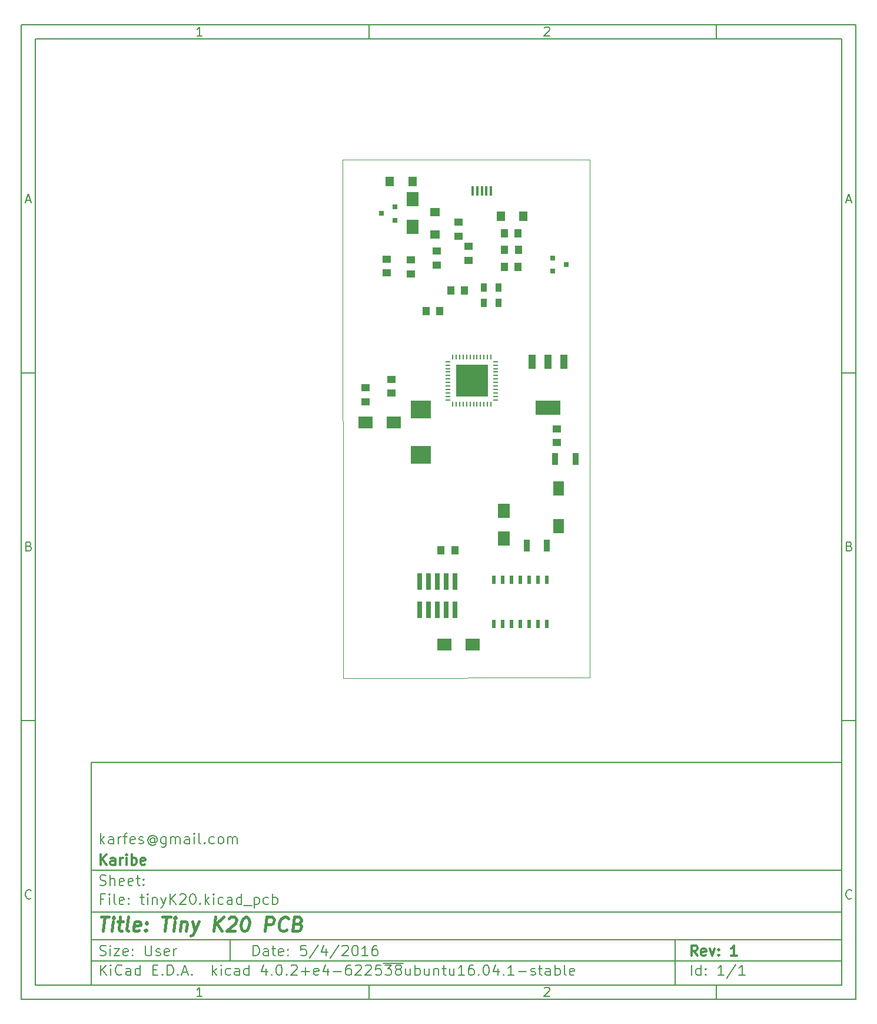
<source format=gbr>
G04 #@! TF.FileFunction,Paste,Top*
%FSLAX46Y46*%
G04 Gerber Fmt 4.6, Leading zero omitted, Abs format (unit mm)*
G04 Created by KiCad (PCBNEW 4.0.2+e4-6225~38~ubuntu16.04.1-stable) date Wed 01 Jun 2016 06:58:51 PM EAT*
%MOMM*%
G01*
G04 APERTURE LIST*
%ADD10C,0.100000*%
%ADD11C,0.150000*%
%ADD12C,0.300000*%
%ADD13C,0.400000*%
%ADD14R,0.250000X0.700000*%
%ADD15R,0.700000X0.250000*%
%ADD16R,4.600000X4.600000*%
%ADD17R,1.600000X2.000000*%
%ADD18R,0.400000X1.350000*%
%ADD19R,1.000000X1.250000*%
%ADD20R,1.250000X1.000000*%
%ADD21R,0.800100X0.800100*%
%ADD22R,3.657600X2.032000*%
%ADD23R,1.016000X2.032000*%
%ADD24R,0.508000X1.143000*%
%ADD25R,1.150620X1.399540*%
%ADD26R,1.399540X1.150620*%
%ADD27R,0.760000X2.400000*%
%ADD28R,3.000000X2.500000*%
%ADD29R,1.700000X2.000000*%
%ADD30R,0.900000X1.200000*%
%ADD31R,2.000000X1.700000*%
%ADD32R,0.900000X1.700000*%
G04 APERTURE END LIST*
D10*
D11*
X20004800Y-115994600D02*
X20004800Y-147994600D01*
X128004800Y-147994600D01*
X128004800Y-115994600D01*
X20004800Y-115994600D01*
D10*
D11*
X10000000Y-10000000D02*
X10000000Y-149994600D01*
X130004800Y-149994600D01*
X130004800Y-10000000D01*
X10000000Y-10000000D01*
D10*
D11*
X12000000Y-12000000D02*
X12000000Y-147994600D01*
X128004800Y-147994600D01*
X128004800Y-12000000D01*
X12000000Y-12000000D01*
D10*
D11*
X60000000Y-12000000D02*
X60000000Y-10000000D01*
D10*
D11*
X110000000Y-12000000D02*
X110000000Y-10000000D01*
D10*
D11*
X35990476Y-11588095D02*
X35247619Y-11588095D01*
X35619048Y-11588095D02*
X35619048Y-10288095D01*
X35495238Y-10473810D01*
X35371429Y-10597619D01*
X35247619Y-10659524D01*
D10*
D11*
X85247619Y-10411905D02*
X85309524Y-10350000D01*
X85433333Y-10288095D01*
X85742857Y-10288095D01*
X85866667Y-10350000D01*
X85928571Y-10411905D01*
X85990476Y-10535714D01*
X85990476Y-10659524D01*
X85928571Y-10845238D01*
X85185714Y-11588095D01*
X85990476Y-11588095D01*
D10*
D11*
X60000000Y-147994600D02*
X60000000Y-149994600D01*
D10*
D11*
X110000000Y-147994600D02*
X110000000Y-149994600D01*
D10*
D11*
X35990476Y-149582695D02*
X35247619Y-149582695D01*
X35619048Y-149582695D02*
X35619048Y-148282695D01*
X35495238Y-148468410D01*
X35371429Y-148592219D01*
X35247619Y-148654124D01*
D10*
D11*
X85247619Y-148406505D02*
X85309524Y-148344600D01*
X85433333Y-148282695D01*
X85742857Y-148282695D01*
X85866667Y-148344600D01*
X85928571Y-148406505D01*
X85990476Y-148530314D01*
X85990476Y-148654124D01*
X85928571Y-148839838D01*
X85185714Y-149582695D01*
X85990476Y-149582695D01*
D10*
D11*
X10000000Y-60000000D02*
X12000000Y-60000000D01*
D10*
D11*
X10000000Y-110000000D02*
X12000000Y-110000000D01*
D10*
D11*
X10690476Y-35216667D02*
X11309524Y-35216667D01*
X10566667Y-35588095D02*
X11000000Y-34288095D01*
X11433333Y-35588095D01*
D10*
D11*
X11092857Y-84907143D02*
X11278571Y-84969048D01*
X11340476Y-85030952D01*
X11402381Y-85154762D01*
X11402381Y-85340476D01*
X11340476Y-85464286D01*
X11278571Y-85526190D01*
X11154762Y-85588095D01*
X10659524Y-85588095D01*
X10659524Y-84288095D01*
X11092857Y-84288095D01*
X11216667Y-84350000D01*
X11278571Y-84411905D01*
X11340476Y-84535714D01*
X11340476Y-84659524D01*
X11278571Y-84783333D01*
X11216667Y-84845238D01*
X11092857Y-84907143D01*
X10659524Y-84907143D01*
D10*
D11*
X11402381Y-135464286D02*
X11340476Y-135526190D01*
X11154762Y-135588095D01*
X11030952Y-135588095D01*
X10845238Y-135526190D01*
X10721429Y-135402381D01*
X10659524Y-135278571D01*
X10597619Y-135030952D01*
X10597619Y-134845238D01*
X10659524Y-134597619D01*
X10721429Y-134473810D01*
X10845238Y-134350000D01*
X11030952Y-134288095D01*
X11154762Y-134288095D01*
X11340476Y-134350000D01*
X11402381Y-134411905D01*
D10*
D11*
X130004800Y-60000000D02*
X128004800Y-60000000D01*
D10*
D11*
X130004800Y-110000000D02*
X128004800Y-110000000D01*
D10*
D11*
X128695276Y-35216667D02*
X129314324Y-35216667D01*
X128571467Y-35588095D02*
X129004800Y-34288095D01*
X129438133Y-35588095D01*
D10*
D11*
X129097657Y-84907143D02*
X129283371Y-84969048D01*
X129345276Y-85030952D01*
X129407181Y-85154762D01*
X129407181Y-85340476D01*
X129345276Y-85464286D01*
X129283371Y-85526190D01*
X129159562Y-85588095D01*
X128664324Y-85588095D01*
X128664324Y-84288095D01*
X129097657Y-84288095D01*
X129221467Y-84350000D01*
X129283371Y-84411905D01*
X129345276Y-84535714D01*
X129345276Y-84659524D01*
X129283371Y-84783333D01*
X129221467Y-84845238D01*
X129097657Y-84907143D01*
X128664324Y-84907143D01*
D10*
D11*
X129407181Y-135464286D02*
X129345276Y-135526190D01*
X129159562Y-135588095D01*
X129035752Y-135588095D01*
X128850038Y-135526190D01*
X128726229Y-135402381D01*
X128664324Y-135278571D01*
X128602419Y-135030952D01*
X128602419Y-134845238D01*
X128664324Y-134597619D01*
X128726229Y-134473810D01*
X128850038Y-134350000D01*
X129035752Y-134288095D01*
X129159562Y-134288095D01*
X129345276Y-134350000D01*
X129407181Y-134411905D01*
D10*
D11*
X43361943Y-143773171D02*
X43361943Y-142273171D01*
X43719086Y-142273171D01*
X43933371Y-142344600D01*
X44076229Y-142487457D01*
X44147657Y-142630314D01*
X44219086Y-142916029D01*
X44219086Y-143130314D01*
X44147657Y-143416029D01*
X44076229Y-143558886D01*
X43933371Y-143701743D01*
X43719086Y-143773171D01*
X43361943Y-143773171D01*
X45504800Y-143773171D02*
X45504800Y-142987457D01*
X45433371Y-142844600D01*
X45290514Y-142773171D01*
X45004800Y-142773171D01*
X44861943Y-142844600D01*
X45504800Y-143701743D02*
X45361943Y-143773171D01*
X45004800Y-143773171D01*
X44861943Y-143701743D01*
X44790514Y-143558886D01*
X44790514Y-143416029D01*
X44861943Y-143273171D01*
X45004800Y-143201743D01*
X45361943Y-143201743D01*
X45504800Y-143130314D01*
X46004800Y-142773171D02*
X46576229Y-142773171D01*
X46219086Y-142273171D02*
X46219086Y-143558886D01*
X46290514Y-143701743D01*
X46433372Y-143773171D01*
X46576229Y-143773171D01*
X47647657Y-143701743D02*
X47504800Y-143773171D01*
X47219086Y-143773171D01*
X47076229Y-143701743D01*
X47004800Y-143558886D01*
X47004800Y-142987457D01*
X47076229Y-142844600D01*
X47219086Y-142773171D01*
X47504800Y-142773171D01*
X47647657Y-142844600D01*
X47719086Y-142987457D01*
X47719086Y-143130314D01*
X47004800Y-143273171D01*
X48361943Y-143630314D02*
X48433371Y-143701743D01*
X48361943Y-143773171D01*
X48290514Y-143701743D01*
X48361943Y-143630314D01*
X48361943Y-143773171D01*
X48361943Y-142844600D02*
X48433371Y-142916029D01*
X48361943Y-142987457D01*
X48290514Y-142916029D01*
X48361943Y-142844600D01*
X48361943Y-142987457D01*
X50933372Y-142273171D02*
X50219086Y-142273171D01*
X50147657Y-142987457D01*
X50219086Y-142916029D01*
X50361943Y-142844600D01*
X50719086Y-142844600D01*
X50861943Y-142916029D01*
X50933372Y-142987457D01*
X51004800Y-143130314D01*
X51004800Y-143487457D01*
X50933372Y-143630314D01*
X50861943Y-143701743D01*
X50719086Y-143773171D01*
X50361943Y-143773171D01*
X50219086Y-143701743D01*
X50147657Y-143630314D01*
X52719085Y-142201743D02*
X51433371Y-144130314D01*
X53861943Y-142773171D02*
X53861943Y-143773171D01*
X53504800Y-142201743D02*
X53147657Y-143273171D01*
X54076229Y-143273171D01*
X55719085Y-142201743D02*
X54433371Y-144130314D01*
X56147657Y-142416029D02*
X56219086Y-142344600D01*
X56361943Y-142273171D01*
X56719086Y-142273171D01*
X56861943Y-142344600D01*
X56933372Y-142416029D01*
X57004800Y-142558886D01*
X57004800Y-142701743D01*
X56933372Y-142916029D01*
X56076229Y-143773171D01*
X57004800Y-143773171D01*
X57933371Y-142273171D02*
X58076228Y-142273171D01*
X58219085Y-142344600D01*
X58290514Y-142416029D01*
X58361943Y-142558886D01*
X58433371Y-142844600D01*
X58433371Y-143201743D01*
X58361943Y-143487457D01*
X58290514Y-143630314D01*
X58219085Y-143701743D01*
X58076228Y-143773171D01*
X57933371Y-143773171D01*
X57790514Y-143701743D01*
X57719085Y-143630314D01*
X57647657Y-143487457D01*
X57576228Y-143201743D01*
X57576228Y-142844600D01*
X57647657Y-142558886D01*
X57719085Y-142416029D01*
X57790514Y-142344600D01*
X57933371Y-142273171D01*
X59861942Y-143773171D02*
X59004799Y-143773171D01*
X59433371Y-143773171D02*
X59433371Y-142273171D01*
X59290514Y-142487457D01*
X59147656Y-142630314D01*
X59004799Y-142701743D01*
X61147656Y-142273171D02*
X60861942Y-142273171D01*
X60719085Y-142344600D01*
X60647656Y-142416029D01*
X60504799Y-142630314D01*
X60433370Y-142916029D01*
X60433370Y-143487457D01*
X60504799Y-143630314D01*
X60576227Y-143701743D01*
X60719085Y-143773171D01*
X61004799Y-143773171D01*
X61147656Y-143701743D01*
X61219085Y-143630314D01*
X61290513Y-143487457D01*
X61290513Y-143130314D01*
X61219085Y-142987457D01*
X61147656Y-142916029D01*
X61004799Y-142844600D01*
X60719085Y-142844600D01*
X60576227Y-142916029D01*
X60504799Y-142987457D01*
X60433370Y-143130314D01*
D10*
D11*
X20004800Y-144494600D02*
X128004800Y-144494600D01*
D10*
D11*
X21361943Y-146573171D02*
X21361943Y-145073171D01*
X22219086Y-146573171D02*
X21576229Y-145716029D01*
X22219086Y-145073171D02*
X21361943Y-145930314D01*
X22861943Y-146573171D02*
X22861943Y-145573171D01*
X22861943Y-145073171D02*
X22790514Y-145144600D01*
X22861943Y-145216029D01*
X22933371Y-145144600D01*
X22861943Y-145073171D01*
X22861943Y-145216029D01*
X24433372Y-146430314D02*
X24361943Y-146501743D01*
X24147657Y-146573171D01*
X24004800Y-146573171D01*
X23790515Y-146501743D01*
X23647657Y-146358886D01*
X23576229Y-146216029D01*
X23504800Y-145930314D01*
X23504800Y-145716029D01*
X23576229Y-145430314D01*
X23647657Y-145287457D01*
X23790515Y-145144600D01*
X24004800Y-145073171D01*
X24147657Y-145073171D01*
X24361943Y-145144600D01*
X24433372Y-145216029D01*
X25719086Y-146573171D02*
X25719086Y-145787457D01*
X25647657Y-145644600D01*
X25504800Y-145573171D01*
X25219086Y-145573171D01*
X25076229Y-145644600D01*
X25719086Y-146501743D02*
X25576229Y-146573171D01*
X25219086Y-146573171D01*
X25076229Y-146501743D01*
X25004800Y-146358886D01*
X25004800Y-146216029D01*
X25076229Y-146073171D01*
X25219086Y-146001743D01*
X25576229Y-146001743D01*
X25719086Y-145930314D01*
X27076229Y-146573171D02*
X27076229Y-145073171D01*
X27076229Y-146501743D02*
X26933372Y-146573171D01*
X26647658Y-146573171D01*
X26504800Y-146501743D01*
X26433372Y-146430314D01*
X26361943Y-146287457D01*
X26361943Y-145858886D01*
X26433372Y-145716029D01*
X26504800Y-145644600D01*
X26647658Y-145573171D01*
X26933372Y-145573171D01*
X27076229Y-145644600D01*
X28933372Y-145787457D02*
X29433372Y-145787457D01*
X29647658Y-146573171D02*
X28933372Y-146573171D01*
X28933372Y-145073171D01*
X29647658Y-145073171D01*
X30290515Y-146430314D02*
X30361943Y-146501743D01*
X30290515Y-146573171D01*
X30219086Y-146501743D01*
X30290515Y-146430314D01*
X30290515Y-146573171D01*
X31004801Y-146573171D02*
X31004801Y-145073171D01*
X31361944Y-145073171D01*
X31576229Y-145144600D01*
X31719087Y-145287457D01*
X31790515Y-145430314D01*
X31861944Y-145716029D01*
X31861944Y-145930314D01*
X31790515Y-146216029D01*
X31719087Y-146358886D01*
X31576229Y-146501743D01*
X31361944Y-146573171D01*
X31004801Y-146573171D01*
X32504801Y-146430314D02*
X32576229Y-146501743D01*
X32504801Y-146573171D01*
X32433372Y-146501743D01*
X32504801Y-146430314D01*
X32504801Y-146573171D01*
X33147658Y-146144600D02*
X33861944Y-146144600D01*
X33004801Y-146573171D02*
X33504801Y-145073171D01*
X34004801Y-146573171D01*
X34504801Y-146430314D02*
X34576229Y-146501743D01*
X34504801Y-146573171D01*
X34433372Y-146501743D01*
X34504801Y-146430314D01*
X34504801Y-146573171D01*
X37504801Y-146573171D02*
X37504801Y-145073171D01*
X37647658Y-146001743D02*
X38076229Y-146573171D01*
X38076229Y-145573171D02*
X37504801Y-146144600D01*
X38719087Y-146573171D02*
X38719087Y-145573171D01*
X38719087Y-145073171D02*
X38647658Y-145144600D01*
X38719087Y-145216029D01*
X38790515Y-145144600D01*
X38719087Y-145073171D01*
X38719087Y-145216029D01*
X40076230Y-146501743D02*
X39933373Y-146573171D01*
X39647659Y-146573171D01*
X39504801Y-146501743D01*
X39433373Y-146430314D01*
X39361944Y-146287457D01*
X39361944Y-145858886D01*
X39433373Y-145716029D01*
X39504801Y-145644600D01*
X39647659Y-145573171D01*
X39933373Y-145573171D01*
X40076230Y-145644600D01*
X41361944Y-146573171D02*
X41361944Y-145787457D01*
X41290515Y-145644600D01*
X41147658Y-145573171D01*
X40861944Y-145573171D01*
X40719087Y-145644600D01*
X41361944Y-146501743D02*
X41219087Y-146573171D01*
X40861944Y-146573171D01*
X40719087Y-146501743D01*
X40647658Y-146358886D01*
X40647658Y-146216029D01*
X40719087Y-146073171D01*
X40861944Y-146001743D01*
X41219087Y-146001743D01*
X41361944Y-145930314D01*
X42719087Y-146573171D02*
X42719087Y-145073171D01*
X42719087Y-146501743D02*
X42576230Y-146573171D01*
X42290516Y-146573171D01*
X42147658Y-146501743D01*
X42076230Y-146430314D01*
X42004801Y-146287457D01*
X42004801Y-145858886D01*
X42076230Y-145716029D01*
X42147658Y-145644600D01*
X42290516Y-145573171D01*
X42576230Y-145573171D01*
X42719087Y-145644600D01*
X45219087Y-145573171D02*
X45219087Y-146573171D01*
X44861944Y-145001743D02*
X44504801Y-146073171D01*
X45433373Y-146073171D01*
X46004801Y-146430314D02*
X46076229Y-146501743D01*
X46004801Y-146573171D01*
X45933372Y-146501743D01*
X46004801Y-146430314D01*
X46004801Y-146573171D01*
X47004801Y-145073171D02*
X47147658Y-145073171D01*
X47290515Y-145144600D01*
X47361944Y-145216029D01*
X47433373Y-145358886D01*
X47504801Y-145644600D01*
X47504801Y-146001743D01*
X47433373Y-146287457D01*
X47361944Y-146430314D01*
X47290515Y-146501743D01*
X47147658Y-146573171D01*
X47004801Y-146573171D01*
X46861944Y-146501743D01*
X46790515Y-146430314D01*
X46719087Y-146287457D01*
X46647658Y-146001743D01*
X46647658Y-145644600D01*
X46719087Y-145358886D01*
X46790515Y-145216029D01*
X46861944Y-145144600D01*
X47004801Y-145073171D01*
X48147658Y-146430314D02*
X48219086Y-146501743D01*
X48147658Y-146573171D01*
X48076229Y-146501743D01*
X48147658Y-146430314D01*
X48147658Y-146573171D01*
X48790515Y-145216029D02*
X48861944Y-145144600D01*
X49004801Y-145073171D01*
X49361944Y-145073171D01*
X49504801Y-145144600D01*
X49576230Y-145216029D01*
X49647658Y-145358886D01*
X49647658Y-145501743D01*
X49576230Y-145716029D01*
X48719087Y-146573171D01*
X49647658Y-146573171D01*
X50290515Y-146001743D02*
X51433372Y-146001743D01*
X50861943Y-146573171D02*
X50861943Y-145430314D01*
X52719086Y-146501743D02*
X52576229Y-146573171D01*
X52290515Y-146573171D01*
X52147658Y-146501743D01*
X52076229Y-146358886D01*
X52076229Y-145787457D01*
X52147658Y-145644600D01*
X52290515Y-145573171D01*
X52576229Y-145573171D01*
X52719086Y-145644600D01*
X52790515Y-145787457D01*
X52790515Y-145930314D01*
X52076229Y-146073171D01*
X54076229Y-145573171D02*
X54076229Y-146573171D01*
X53719086Y-145001743D02*
X53361943Y-146073171D01*
X54290515Y-146073171D01*
X54861943Y-146001743D02*
X56004800Y-146001743D01*
X57361943Y-145073171D02*
X57076229Y-145073171D01*
X56933372Y-145144600D01*
X56861943Y-145216029D01*
X56719086Y-145430314D01*
X56647657Y-145716029D01*
X56647657Y-146287457D01*
X56719086Y-146430314D01*
X56790514Y-146501743D01*
X56933372Y-146573171D01*
X57219086Y-146573171D01*
X57361943Y-146501743D01*
X57433372Y-146430314D01*
X57504800Y-146287457D01*
X57504800Y-145930314D01*
X57433372Y-145787457D01*
X57361943Y-145716029D01*
X57219086Y-145644600D01*
X56933372Y-145644600D01*
X56790514Y-145716029D01*
X56719086Y-145787457D01*
X56647657Y-145930314D01*
X58076228Y-145216029D02*
X58147657Y-145144600D01*
X58290514Y-145073171D01*
X58647657Y-145073171D01*
X58790514Y-145144600D01*
X58861943Y-145216029D01*
X58933371Y-145358886D01*
X58933371Y-145501743D01*
X58861943Y-145716029D01*
X58004800Y-146573171D01*
X58933371Y-146573171D01*
X59504799Y-145216029D02*
X59576228Y-145144600D01*
X59719085Y-145073171D01*
X60076228Y-145073171D01*
X60219085Y-145144600D01*
X60290514Y-145216029D01*
X60361942Y-145358886D01*
X60361942Y-145501743D01*
X60290514Y-145716029D01*
X59433371Y-146573171D01*
X60361942Y-146573171D01*
X61719085Y-145073171D02*
X61004799Y-145073171D01*
X60933370Y-145787457D01*
X61004799Y-145716029D01*
X61147656Y-145644600D01*
X61504799Y-145644600D01*
X61647656Y-145716029D01*
X61719085Y-145787457D01*
X61790513Y-145930314D01*
X61790513Y-146287457D01*
X61719085Y-146430314D01*
X61647656Y-146501743D01*
X61504799Y-146573171D01*
X61147656Y-146573171D01*
X61004799Y-146501743D01*
X60933370Y-146430314D01*
X62290513Y-145073171D02*
X63219084Y-145073171D01*
X62719084Y-145644600D01*
X62933370Y-145644600D01*
X63076227Y-145716029D01*
X63147656Y-145787457D01*
X63219084Y-145930314D01*
X63219084Y-146287457D01*
X63147656Y-146430314D01*
X63076227Y-146501743D01*
X62933370Y-146573171D01*
X62504798Y-146573171D01*
X62361941Y-146501743D01*
X62290513Y-146430314D01*
X64076227Y-145716029D02*
X63933369Y-145644600D01*
X63861941Y-145573171D01*
X63790512Y-145430314D01*
X63790512Y-145358886D01*
X63861941Y-145216029D01*
X63933369Y-145144600D01*
X64076227Y-145073171D01*
X64361941Y-145073171D01*
X64504798Y-145144600D01*
X64576227Y-145216029D01*
X64647655Y-145358886D01*
X64647655Y-145430314D01*
X64576227Y-145573171D01*
X64504798Y-145644600D01*
X64361941Y-145716029D01*
X64076227Y-145716029D01*
X63933369Y-145787457D01*
X63861941Y-145858886D01*
X63790512Y-146001743D01*
X63790512Y-146287457D01*
X63861941Y-146430314D01*
X63933369Y-146501743D01*
X64076227Y-146573171D01*
X64361941Y-146573171D01*
X64504798Y-146501743D01*
X64576227Y-146430314D01*
X64647655Y-146287457D01*
X64647655Y-146001743D01*
X64576227Y-145858886D01*
X64504798Y-145787457D01*
X64361941Y-145716029D01*
X62076227Y-144814600D02*
X64933369Y-144814600D01*
X65933369Y-145573171D02*
X65933369Y-146573171D01*
X65290512Y-145573171D02*
X65290512Y-146358886D01*
X65361940Y-146501743D01*
X65504798Y-146573171D01*
X65719083Y-146573171D01*
X65861940Y-146501743D01*
X65933369Y-146430314D01*
X66647655Y-146573171D02*
X66647655Y-145073171D01*
X66647655Y-145644600D02*
X66790512Y-145573171D01*
X67076226Y-145573171D01*
X67219083Y-145644600D01*
X67290512Y-145716029D01*
X67361941Y-145858886D01*
X67361941Y-146287457D01*
X67290512Y-146430314D01*
X67219083Y-146501743D01*
X67076226Y-146573171D01*
X66790512Y-146573171D01*
X66647655Y-146501743D01*
X68647655Y-145573171D02*
X68647655Y-146573171D01*
X68004798Y-145573171D02*
X68004798Y-146358886D01*
X68076226Y-146501743D01*
X68219084Y-146573171D01*
X68433369Y-146573171D01*
X68576226Y-146501743D01*
X68647655Y-146430314D01*
X69361941Y-145573171D02*
X69361941Y-146573171D01*
X69361941Y-145716029D02*
X69433369Y-145644600D01*
X69576227Y-145573171D01*
X69790512Y-145573171D01*
X69933369Y-145644600D01*
X70004798Y-145787457D01*
X70004798Y-146573171D01*
X70504798Y-145573171D02*
X71076227Y-145573171D01*
X70719084Y-145073171D02*
X70719084Y-146358886D01*
X70790512Y-146501743D01*
X70933370Y-146573171D01*
X71076227Y-146573171D01*
X72219084Y-145573171D02*
X72219084Y-146573171D01*
X71576227Y-145573171D02*
X71576227Y-146358886D01*
X71647655Y-146501743D01*
X71790513Y-146573171D01*
X72004798Y-146573171D01*
X72147655Y-146501743D01*
X72219084Y-146430314D01*
X73719084Y-146573171D02*
X72861941Y-146573171D01*
X73290513Y-146573171D02*
X73290513Y-145073171D01*
X73147656Y-145287457D01*
X73004798Y-145430314D01*
X72861941Y-145501743D01*
X75004798Y-145073171D02*
X74719084Y-145073171D01*
X74576227Y-145144600D01*
X74504798Y-145216029D01*
X74361941Y-145430314D01*
X74290512Y-145716029D01*
X74290512Y-146287457D01*
X74361941Y-146430314D01*
X74433369Y-146501743D01*
X74576227Y-146573171D01*
X74861941Y-146573171D01*
X75004798Y-146501743D01*
X75076227Y-146430314D01*
X75147655Y-146287457D01*
X75147655Y-145930314D01*
X75076227Y-145787457D01*
X75004798Y-145716029D01*
X74861941Y-145644600D01*
X74576227Y-145644600D01*
X74433369Y-145716029D01*
X74361941Y-145787457D01*
X74290512Y-145930314D01*
X75790512Y-146430314D02*
X75861940Y-146501743D01*
X75790512Y-146573171D01*
X75719083Y-146501743D01*
X75790512Y-146430314D01*
X75790512Y-146573171D01*
X76790512Y-145073171D02*
X76933369Y-145073171D01*
X77076226Y-145144600D01*
X77147655Y-145216029D01*
X77219084Y-145358886D01*
X77290512Y-145644600D01*
X77290512Y-146001743D01*
X77219084Y-146287457D01*
X77147655Y-146430314D01*
X77076226Y-146501743D01*
X76933369Y-146573171D01*
X76790512Y-146573171D01*
X76647655Y-146501743D01*
X76576226Y-146430314D01*
X76504798Y-146287457D01*
X76433369Y-146001743D01*
X76433369Y-145644600D01*
X76504798Y-145358886D01*
X76576226Y-145216029D01*
X76647655Y-145144600D01*
X76790512Y-145073171D01*
X78576226Y-145573171D02*
X78576226Y-146573171D01*
X78219083Y-145001743D02*
X77861940Y-146073171D01*
X78790512Y-146073171D01*
X79361940Y-146430314D02*
X79433368Y-146501743D01*
X79361940Y-146573171D01*
X79290511Y-146501743D01*
X79361940Y-146430314D01*
X79361940Y-146573171D01*
X80861940Y-146573171D02*
X80004797Y-146573171D01*
X80433369Y-146573171D02*
X80433369Y-145073171D01*
X80290512Y-145287457D01*
X80147654Y-145430314D01*
X80004797Y-145501743D01*
X81504797Y-146001743D02*
X82647654Y-146001743D01*
X83290511Y-146501743D02*
X83433368Y-146573171D01*
X83719083Y-146573171D01*
X83861940Y-146501743D01*
X83933368Y-146358886D01*
X83933368Y-146287457D01*
X83861940Y-146144600D01*
X83719083Y-146073171D01*
X83504797Y-146073171D01*
X83361940Y-146001743D01*
X83290511Y-145858886D01*
X83290511Y-145787457D01*
X83361940Y-145644600D01*
X83504797Y-145573171D01*
X83719083Y-145573171D01*
X83861940Y-145644600D01*
X84361940Y-145573171D02*
X84933369Y-145573171D01*
X84576226Y-145073171D02*
X84576226Y-146358886D01*
X84647654Y-146501743D01*
X84790512Y-146573171D01*
X84933369Y-146573171D01*
X86076226Y-146573171D02*
X86076226Y-145787457D01*
X86004797Y-145644600D01*
X85861940Y-145573171D01*
X85576226Y-145573171D01*
X85433369Y-145644600D01*
X86076226Y-146501743D02*
X85933369Y-146573171D01*
X85576226Y-146573171D01*
X85433369Y-146501743D01*
X85361940Y-146358886D01*
X85361940Y-146216029D01*
X85433369Y-146073171D01*
X85576226Y-146001743D01*
X85933369Y-146001743D01*
X86076226Y-145930314D01*
X86790512Y-146573171D02*
X86790512Y-145073171D01*
X86790512Y-145644600D02*
X86933369Y-145573171D01*
X87219083Y-145573171D01*
X87361940Y-145644600D01*
X87433369Y-145716029D01*
X87504798Y-145858886D01*
X87504798Y-146287457D01*
X87433369Y-146430314D01*
X87361940Y-146501743D01*
X87219083Y-146573171D01*
X86933369Y-146573171D01*
X86790512Y-146501743D01*
X88361941Y-146573171D02*
X88219083Y-146501743D01*
X88147655Y-146358886D01*
X88147655Y-145073171D01*
X89504797Y-146501743D02*
X89361940Y-146573171D01*
X89076226Y-146573171D01*
X88933369Y-146501743D01*
X88861940Y-146358886D01*
X88861940Y-145787457D01*
X88933369Y-145644600D01*
X89076226Y-145573171D01*
X89361940Y-145573171D01*
X89504797Y-145644600D01*
X89576226Y-145787457D01*
X89576226Y-145930314D01*
X88861940Y-146073171D01*
D10*
D11*
X20004800Y-141494600D02*
X128004800Y-141494600D01*
D10*
D12*
X107219086Y-143773171D02*
X106719086Y-143058886D01*
X106361943Y-143773171D02*
X106361943Y-142273171D01*
X106933371Y-142273171D01*
X107076229Y-142344600D01*
X107147657Y-142416029D01*
X107219086Y-142558886D01*
X107219086Y-142773171D01*
X107147657Y-142916029D01*
X107076229Y-142987457D01*
X106933371Y-143058886D01*
X106361943Y-143058886D01*
X108433371Y-143701743D02*
X108290514Y-143773171D01*
X108004800Y-143773171D01*
X107861943Y-143701743D01*
X107790514Y-143558886D01*
X107790514Y-142987457D01*
X107861943Y-142844600D01*
X108004800Y-142773171D01*
X108290514Y-142773171D01*
X108433371Y-142844600D01*
X108504800Y-142987457D01*
X108504800Y-143130314D01*
X107790514Y-143273171D01*
X109004800Y-142773171D02*
X109361943Y-143773171D01*
X109719085Y-142773171D01*
X110290514Y-143630314D02*
X110361942Y-143701743D01*
X110290514Y-143773171D01*
X110219085Y-143701743D01*
X110290514Y-143630314D01*
X110290514Y-143773171D01*
X110290514Y-142844600D02*
X110361942Y-142916029D01*
X110290514Y-142987457D01*
X110219085Y-142916029D01*
X110290514Y-142844600D01*
X110290514Y-142987457D01*
X112933371Y-143773171D02*
X112076228Y-143773171D01*
X112504800Y-143773171D02*
X112504800Y-142273171D01*
X112361943Y-142487457D01*
X112219085Y-142630314D01*
X112076228Y-142701743D01*
D10*
D11*
X21290514Y-143701743D02*
X21504800Y-143773171D01*
X21861943Y-143773171D01*
X22004800Y-143701743D01*
X22076229Y-143630314D01*
X22147657Y-143487457D01*
X22147657Y-143344600D01*
X22076229Y-143201743D01*
X22004800Y-143130314D01*
X21861943Y-143058886D01*
X21576229Y-142987457D01*
X21433371Y-142916029D01*
X21361943Y-142844600D01*
X21290514Y-142701743D01*
X21290514Y-142558886D01*
X21361943Y-142416029D01*
X21433371Y-142344600D01*
X21576229Y-142273171D01*
X21933371Y-142273171D01*
X22147657Y-142344600D01*
X22790514Y-143773171D02*
X22790514Y-142773171D01*
X22790514Y-142273171D02*
X22719085Y-142344600D01*
X22790514Y-142416029D01*
X22861942Y-142344600D01*
X22790514Y-142273171D01*
X22790514Y-142416029D01*
X23361943Y-142773171D02*
X24147657Y-142773171D01*
X23361943Y-143773171D01*
X24147657Y-143773171D01*
X25290514Y-143701743D02*
X25147657Y-143773171D01*
X24861943Y-143773171D01*
X24719086Y-143701743D01*
X24647657Y-143558886D01*
X24647657Y-142987457D01*
X24719086Y-142844600D01*
X24861943Y-142773171D01*
X25147657Y-142773171D01*
X25290514Y-142844600D01*
X25361943Y-142987457D01*
X25361943Y-143130314D01*
X24647657Y-143273171D01*
X26004800Y-143630314D02*
X26076228Y-143701743D01*
X26004800Y-143773171D01*
X25933371Y-143701743D01*
X26004800Y-143630314D01*
X26004800Y-143773171D01*
X26004800Y-142844600D02*
X26076228Y-142916029D01*
X26004800Y-142987457D01*
X25933371Y-142916029D01*
X26004800Y-142844600D01*
X26004800Y-142987457D01*
X27861943Y-142273171D02*
X27861943Y-143487457D01*
X27933371Y-143630314D01*
X28004800Y-143701743D01*
X28147657Y-143773171D01*
X28433371Y-143773171D01*
X28576229Y-143701743D01*
X28647657Y-143630314D01*
X28719086Y-143487457D01*
X28719086Y-142273171D01*
X29361943Y-143701743D02*
X29504800Y-143773171D01*
X29790515Y-143773171D01*
X29933372Y-143701743D01*
X30004800Y-143558886D01*
X30004800Y-143487457D01*
X29933372Y-143344600D01*
X29790515Y-143273171D01*
X29576229Y-143273171D01*
X29433372Y-143201743D01*
X29361943Y-143058886D01*
X29361943Y-142987457D01*
X29433372Y-142844600D01*
X29576229Y-142773171D01*
X29790515Y-142773171D01*
X29933372Y-142844600D01*
X31219086Y-143701743D02*
X31076229Y-143773171D01*
X30790515Y-143773171D01*
X30647658Y-143701743D01*
X30576229Y-143558886D01*
X30576229Y-142987457D01*
X30647658Y-142844600D01*
X30790515Y-142773171D01*
X31076229Y-142773171D01*
X31219086Y-142844600D01*
X31290515Y-142987457D01*
X31290515Y-143130314D01*
X30576229Y-143273171D01*
X31933372Y-143773171D02*
X31933372Y-142773171D01*
X31933372Y-143058886D02*
X32004800Y-142916029D01*
X32076229Y-142844600D01*
X32219086Y-142773171D01*
X32361943Y-142773171D01*
D10*
D11*
X106361943Y-146573171D02*
X106361943Y-145073171D01*
X107719086Y-146573171D02*
X107719086Y-145073171D01*
X107719086Y-146501743D02*
X107576229Y-146573171D01*
X107290515Y-146573171D01*
X107147657Y-146501743D01*
X107076229Y-146430314D01*
X107004800Y-146287457D01*
X107004800Y-145858886D01*
X107076229Y-145716029D01*
X107147657Y-145644600D01*
X107290515Y-145573171D01*
X107576229Y-145573171D01*
X107719086Y-145644600D01*
X108433372Y-146430314D02*
X108504800Y-146501743D01*
X108433372Y-146573171D01*
X108361943Y-146501743D01*
X108433372Y-146430314D01*
X108433372Y-146573171D01*
X108433372Y-145644600D02*
X108504800Y-145716029D01*
X108433372Y-145787457D01*
X108361943Y-145716029D01*
X108433372Y-145644600D01*
X108433372Y-145787457D01*
X111076229Y-146573171D02*
X110219086Y-146573171D01*
X110647658Y-146573171D02*
X110647658Y-145073171D01*
X110504801Y-145287457D01*
X110361943Y-145430314D01*
X110219086Y-145501743D01*
X112790514Y-145001743D02*
X111504800Y-146930314D01*
X114076229Y-146573171D02*
X113219086Y-146573171D01*
X113647658Y-146573171D02*
X113647658Y-145073171D01*
X113504801Y-145287457D01*
X113361943Y-145430314D01*
X113219086Y-145501743D01*
D10*
D11*
X20004800Y-137494600D02*
X128004800Y-137494600D01*
D10*
D13*
X21457181Y-138199362D02*
X22600038Y-138199362D01*
X21778610Y-140199362D02*
X22028610Y-138199362D01*
X23016705Y-140199362D02*
X23183371Y-138866029D01*
X23266705Y-138199362D02*
X23159562Y-138294600D01*
X23242895Y-138389838D01*
X23350039Y-138294600D01*
X23266705Y-138199362D01*
X23242895Y-138389838D01*
X23850038Y-138866029D02*
X24611943Y-138866029D01*
X24219086Y-138199362D02*
X24004800Y-139913648D01*
X24076230Y-140104124D01*
X24254801Y-140199362D01*
X24445277Y-140199362D01*
X25397658Y-140199362D02*
X25219087Y-140104124D01*
X25147657Y-139913648D01*
X25361943Y-138199362D01*
X26933372Y-140104124D02*
X26730991Y-140199362D01*
X26350039Y-140199362D01*
X26171467Y-140104124D01*
X26100038Y-139913648D01*
X26195276Y-139151743D01*
X26314324Y-138961267D01*
X26516705Y-138866029D01*
X26897657Y-138866029D01*
X27076229Y-138961267D01*
X27147657Y-139151743D01*
X27123848Y-139342219D01*
X26147657Y-139532695D01*
X27897657Y-140008886D02*
X27980992Y-140104124D01*
X27873848Y-140199362D01*
X27790515Y-140104124D01*
X27897657Y-140008886D01*
X27873848Y-140199362D01*
X28028610Y-138961267D02*
X28111944Y-139056505D01*
X28004800Y-139151743D01*
X27921467Y-139056505D01*
X28028610Y-138961267D01*
X28004800Y-139151743D01*
X30314325Y-138199362D02*
X31457182Y-138199362D01*
X30635754Y-140199362D02*
X30885754Y-138199362D01*
X31873849Y-140199362D02*
X32040515Y-138866029D01*
X32123849Y-138199362D02*
X32016706Y-138294600D01*
X32100039Y-138389838D01*
X32207183Y-138294600D01*
X32123849Y-138199362D01*
X32100039Y-138389838D01*
X32992896Y-138866029D02*
X32826230Y-140199362D01*
X32969087Y-139056505D02*
X33076231Y-138961267D01*
X33278611Y-138866029D01*
X33564325Y-138866029D01*
X33742897Y-138961267D01*
X33814325Y-139151743D01*
X33683373Y-140199362D01*
X34611944Y-138866029D02*
X34921469Y-140199362D01*
X35564325Y-138866029D02*
X34921469Y-140199362D01*
X34671469Y-140675552D01*
X34564325Y-140770790D01*
X34361944Y-140866029D01*
X37683374Y-140199362D02*
X37933374Y-138199362D01*
X38826232Y-140199362D02*
X38111946Y-139056505D01*
X39076232Y-138199362D02*
X37790517Y-139342219D01*
X39814326Y-138389838D02*
X39921469Y-138294600D01*
X40123851Y-138199362D01*
X40600041Y-138199362D01*
X40778612Y-138294600D01*
X40861945Y-138389838D01*
X40933375Y-138580314D01*
X40909565Y-138770790D01*
X40778612Y-139056505D01*
X39492898Y-140199362D01*
X40730994Y-140199362D01*
X42219089Y-138199362D02*
X42409565Y-138199362D01*
X42588136Y-138294600D01*
X42671469Y-138389838D01*
X42742898Y-138580314D01*
X42790518Y-138961267D01*
X42730994Y-139437457D01*
X42588136Y-139818410D01*
X42469088Y-140008886D01*
X42361946Y-140104124D01*
X42159565Y-140199362D01*
X41969089Y-140199362D01*
X41790518Y-140104124D01*
X41707184Y-140008886D01*
X41635755Y-139818410D01*
X41588136Y-139437457D01*
X41647660Y-138961267D01*
X41790517Y-138580314D01*
X41909565Y-138389838D01*
X42016708Y-138294600D01*
X42219089Y-138199362D01*
X45016708Y-140199362D02*
X45266708Y-138199362D01*
X46028613Y-138199362D01*
X46207184Y-138294600D01*
X46290518Y-138389838D01*
X46361947Y-138580314D01*
X46326232Y-138866029D01*
X46207185Y-139056505D01*
X46100041Y-139151743D01*
X45897660Y-139246981D01*
X45135755Y-139246981D01*
X48183375Y-140008886D02*
X48076233Y-140104124D01*
X47778613Y-140199362D01*
X47588137Y-140199362D01*
X47314328Y-140104124D01*
X47147661Y-139913648D01*
X47076232Y-139723171D01*
X47028613Y-139342219D01*
X47064327Y-139056505D01*
X47207184Y-138675552D01*
X47326233Y-138485076D01*
X47540518Y-138294600D01*
X47838137Y-138199362D01*
X48028613Y-138199362D01*
X48302423Y-138294600D01*
X48385756Y-138389838D01*
X49814327Y-139151743D02*
X50088136Y-139246981D01*
X50171471Y-139342219D01*
X50242899Y-139532695D01*
X50207185Y-139818410D01*
X50088137Y-140008886D01*
X49980994Y-140104124D01*
X49778613Y-140199362D01*
X49016708Y-140199362D01*
X49266708Y-138199362D01*
X49933375Y-138199362D01*
X50111946Y-138294600D01*
X50195279Y-138389838D01*
X50266709Y-138580314D01*
X50242899Y-138770790D01*
X50123851Y-138961267D01*
X50016708Y-139056505D01*
X49814327Y-139151743D01*
X49147660Y-139151743D01*
D10*
D11*
X21861943Y-135587457D02*
X21361943Y-135587457D01*
X21361943Y-136373171D02*
X21361943Y-134873171D01*
X22076229Y-134873171D01*
X22647657Y-136373171D02*
X22647657Y-135373171D01*
X22647657Y-134873171D02*
X22576228Y-134944600D01*
X22647657Y-135016029D01*
X22719085Y-134944600D01*
X22647657Y-134873171D01*
X22647657Y-135016029D01*
X23576229Y-136373171D02*
X23433371Y-136301743D01*
X23361943Y-136158886D01*
X23361943Y-134873171D01*
X24719085Y-136301743D02*
X24576228Y-136373171D01*
X24290514Y-136373171D01*
X24147657Y-136301743D01*
X24076228Y-136158886D01*
X24076228Y-135587457D01*
X24147657Y-135444600D01*
X24290514Y-135373171D01*
X24576228Y-135373171D01*
X24719085Y-135444600D01*
X24790514Y-135587457D01*
X24790514Y-135730314D01*
X24076228Y-135873171D01*
X25433371Y-136230314D02*
X25504799Y-136301743D01*
X25433371Y-136373171D01*
X25361942Y-136301743D01*
X25433371Y-136230314D01*
X25433371Y-136373171D01*
X25433371Y-135444600D02*
X25504799Y-135516029D01*
X25433371Y-135587457D01*
X25361942Y-135516029D01*
X25433371Y-135444600D01*
X25433371Y-135587457D01*
X27076228Y-135373171D02*
X27647657Y-135373171D01*
X27290514Y-134873171D02*
X27290514Y-136158886D01*
X27361942Y-136301743D01*
X27504800Y-136373171D01*
X27647657Y-136373171D01*
X28147657Y-136373171D02*
X28147657Y-135373171D01*
X28147657Y-134873171D02*
X28076228Y-134944600D01*
X28147657Y-135016029D01*
X28219085Y-134944600D01*
X28147657Y-134873171D01*
X28147657Y-135016029D01*
X28861943Y-135373171D02*
X28861943Y-136373171D01*
X28861943Y-135516029D02*
X28933371Y-135444600D01*
X29076229Y-135373171D01*
X29290514Y-135373171D01*
X29433371Y-135444600D01*
X29504800Y-135587457D01*
X29504800Y-136373171D01*
X30076229Y-135373171D02*
X30433372Y-136373171D01*
X30790514Y-135373171D02*
X30433372Y-136373171D01*
X30290514Y-136730314D01*
X30219086Y-136801743D01*
X30076229Y-136873171D01*
X31361943Y-136373171D02*
X31361943Y-134873171D01*
X32219086Y-136373171D02*
X31576229Y-135516029D01*
X32219086Y-134873171D02*
X31361943Y-135730314D01*
X32790514Y-135016029D02*
X32861943Y-134944600D01*
X33004800Y-134873171D01*
X33361943Y-134873171D01*
X33504800Y-134944600D01*
X33576229Y-135016029D01*
X33647657Y-135158886D01*
X33647657Y-135301743D01*
X33576229Y-135516029D01*
X32719086Y-136373171D01*
X33647657Y-136373171D01*
X34576228Y-134873171D02*
X34719085Y-134873171D01*
X34861942Y-134944600D01*
X34933371Y-135016029D01*
X35004800Y-135158886D01*
X35076228Y-135444600D01*
X35076228Y-135801743D01*
X35004800Y-136087457D01*
X34933371Y-136230314D01*
X34861942Y-136301743D01*
X34719085Y-136373171D01*
X34576228Y-136373171D01*
X34433371Y-136301743D01*
X34361942Y-136230314D01*
X34290514Y-136087457D01*
X34219085Y-135801743D01*
X34219085Y-135444600D01*
X34290514Y-135158886D01*
X34361942Y-135016029D01*
X34433371Y-134944600D01*
X34576228Y-134873171D01*
X35719085Y-136230314D02*
X35790513Y-136301743D01*
X35719085Y-136373171D01*
X35647656Y-136301743D01*
X35719085Y-136230314D01*
X35719085Y-136373171D01*
X36433371Y-136373171D02*
X36433371Y-134873171D01*
X36576228Y-135801743D02*
X37004799Y-136373171D01*
X37004799Y-135373171D02*
X36433371Y-135944600D01*
X37647657Y-136373171D02*
X37647657Y-135373171D01*
X37647657Y-134873171D02*
X37576228Y-134944600D01*
X37647657Y-135016029D01*
X37719085Y-134944600D01*
X37647657Y-134873171D01*
X37647657Y-135016029D01*
X39004800Y-136301743D02*
X38861943Y-136373171D01*
X38576229Y-136373171D01*
X38433371Y-136301743D01*
X38361943Y-136230314D01*
X38290514Y-136087457D01*
X38290514Y-135658886D01*
X38361943Y-135516029D01*
X38433371Y-135444600D01*
X38576229Y-135373171D01*
X38861943Y-135373171D01*
X39004800Y-135444600D01*
X40290514Y-136373171D02*
X40290514Y-135587457D01*
X40219085Y-135444600D01*
X40076228Y-135373171D01*
X39790514Y-135373171D01*
X39647657Y-135444600D01*
X40290514Y-136301743D02*
X40147657Y-136373171D01*
X39790514Y-136373171D01*
X39647657Y-136301743D01*
X39576228Y-136158886D01*
X39576228Y-136016029D01*
X39647657Y-135873171D01*
X39790514Y-135801743D01*
X40147657Y-135801743D01*
X40290514Y-135730314D01*
X41647657Y-136373171D02*
X41647657Y-134873171D01*
X41647657Y-136301743D02*
X41504800Y-136373171D01*
X41219086Y-136373171D01*
X41076228Y-136301743D01*
X41004800Y-136230314D01*
X40933371Y-136087457D01*
X40933371Y-135658886D01*
X41004800Y-135516029D01*
X41076228Y-135444600D01*
X41219086Y-135373171D01*
X41504800Y-135373171D01*
X41647657Y-135444600D01*
X42004800Y-136516029D02*
X43147657Y-136516029D01*
X43504800Y-135373171D02*
X43504800Y-136873171D01*
X43504800Y-135444600D02*
X43647657Y-135373171D01*
X43933371Y-135373171D01*
X44076228Y-135444600D01*
X44147657Y-135516029D01*
X44219086Y-135658886D01*
X44219086Y-136087457D01*
X44147657Y-136230314D01*
X44076228Y-136301743D01*
X43933371Y-136373171D01*
X43647657Y-136373171D01*
X43504800Y-136301743D01*
X45504800Y-136301743D02*
X45361943Y-136373171D01*
X45076229Y-136373171D01*
X44933371Y-136301743D01*
X44861943Y-136230314D01*
X44790514Y-136087457D01*
X44790514Y-135658886D01*
X44861943Y-135516029D01*
X44933371Y-135444600D01*
X45076229Y-135373171D01*
X45361943Y-135373171D01*
X45504800Y-135444600D01*
X46147657Y-136373171D02*
X46147657Y-134873171D01*
X46147657Y-135444600D02*
X46290514Y-135373171D01*
X46576228Y-135373171D01*
X46719085Y-135444600D01*
X46790514Y-135516029D01*
X46861943Y-135658886D01*
X46861943Y-136087457D01*
X46790514Y-136230314D01*
X46719085Y-136301743D01*
X46576228Y-136373171D01*
X46290514Y-136373171D01*
X46147657Y-136301743D01*
D10*
D11*
X20004800Y-131494600D02*
X128004800Y-131494600D01*
D10*
D11*
X21290514Y-133601743D02*
X21504800Y-133673171D01*
X21861943Y-133673171D01*
X22004800Y-133601743D01*
X22076229Y-133530314D01*
X22147657Y-133387457D01*
X22147657Y-133244600D01*
X22076229Y-133101743D01*
X22004800Y-133030314D01*
X21861943Y-132958886D01*
X21576229Y-132887457D01*
X21433371Y-132816029D01*
X21361943Y-132744600D01*
X21290514Y-132601743D01*
X21290514Y-132458886D01*
X21361943Y-132316029D01*
X21433371Y-132244600D01*
X21576229Y-132173171D01*
X21933371Y-132173171D01*
X22147657Y-132244600D01*
X22790514Y-133673171D02*
X22790514Y-132173171D01*
X23433371Y-133673171D02*
X23433371Y-132887457D01*
X23361942Y-132744600D01*
X23219085Y-132673171D01*
X23004800Y-132673171D01*
X22861942Y-132744600D01*
X22790514Y-132816029D01*
X24719085Y-133601743D02*
X24576228Y-133673171D01*
X24290514Y-133673171D01*
X24147657Y-133601743D01*
X24076228Y-133458886D01*
X24076228Y-132887457D01*
X24147657Y-132744600D01*
X24290514Y-132673171D01*
X24576228Y-132673171D01*
X24719085Y-132744600D01*
X24790514Y-132887457D01*
X24790514Y-133030314D01*
X24076228Y-133173171D01*
X26004799Y-133601743D02*
X25861942Y-133673171D01*
X25576228Y-133673171D01*
X25433371Y-133601743D01*
X25361942Y-133458886D01*
X25361942Y-132887457D01*
X25433371Y-132744600D01*
X25576228Y-132673171D01*
X25861942Y-132673171D01*
X26004799Y-132744600D01*
X26076228Y-132887457D01*
X26076228Y-133030314D01*
X25361942Y-133173171D01*
X26504799Y-132673171D02*
X27076228Y-132673171D01*
X26719085Y-132173171D02*
X26719085Y-133458886D01*
X26790513Y-133601743D01*
X26933371Y-133673171D01*
X27076228Y-133673171D01*
X27576228Y-133530314D02*
X27647656Y-133601743D01*
X27576228Y-133673171D01*
X27504799Y-133601743D01*
X27576228Y-133530314D01*
X27576228Y-133673171D01*
X27576228Y-132744600D02*
X27647656Y-132816029D01*
X27576228Y-132887457D01*
X27504799Y-132816029D01*
X27576228Y-132744600D01*
X27576228Y-132887457D01*
D10*
D12*
X21361943Y-130673171D02*
X21361943Y-129173171D01*
X22219086Y-130673171D02*
X21576229Y-129816029D01*
X22219086Y-129173171D02*
X21361943Y-130030314D01*
X23504800Y-130673171D02*
X23504800Y-129887457D01*
X23433371Y-129744600D01*
X23290514Y-129673171D01*
X23004800Y-129673171D01*
X22861943Y-129744600D01*
X23504800Y-130601743D02*
X23361943Y-130673171D01*
X23004800Y-130673171D01*
X22861943Y-130601743D01*
X22790514Y-130458886D01*
X22790514Y-130316029D01*
X22861943Y-130173171D01*
X23004800Y-130101743D01*
X23361943Y-130101743D01*
X23504800Y-130030314D01*
X24219086Y-130673171D02*
X24219086Y-129673171D01*
X24219086Y-129958886D02*
X24290514Y-129816029D01*
X24361943Y-129744600D01*
X24504800Y-129673171D01*
X24647657Y-129673171D01*
X25147657Y-130673171D02*
X25147657Y-129673171D01*
X25147657Y-129173171D02*
X25076228Y-129244600D01*
X25147657Y-129316029D01*
X25219085Y-129244600D01*
X25147657Y-129173171D01*
X25147657Y-129316029D01*
X25861943Y-130673171D02*
X25861943Y-129173171D01*
X25861943Y-129744600D02*
X26004800Y-129673171D01*
X26290514Y-129673171D01*
X26433371Y-129744600D01*
X26504800Y-129816029D01*
X26576229Y-129958886D01*
X26576229Y-130387457D01*
X26504800Y-130530314D01*
X26433371Y-130601743D01*
X26290514Y-130673171D01*
X26004800Y-130673171D01*
X25861943Y-130601743D01*
X27790514Y-130601743D02*
X27647657Y-130673171D01*
X27361943Y-130673171D01*
X27219086Y-130601743D01*
X27147657Y-130458886D01*
X27147657Y-129887457D01*
X27219086Y-129744600D01*
X27361943Y-129673171D01*
X27647657Y-129673171D01*
X27790514Y-129744600D01*
X27861943Y-129887457D01*
X27861943Y-130030314D01*
X27147657Y-130173171D01*
D10*
D11*
X21361943Y-127673171D02*
X21361943Y-126173171D01*
X21504800Y-127101743D02*
X21933371Y-127673171D01*
X21933371Y-126673171D02*
X21361943Y-127244600D01*
X23219086Y-127673171D02*
X23219086Y-126887457D01*
X23147657Y-126744600D01*
X23004800Y-126673171D01*
X22719086Y-126673171D01*
X22576229Y-126744600D01*
X23219086Y-127601743D02*
X23076229Y-127673171D01*
X22719086Y-127673171D01*
X22576229Y-127601743D01*
X22504800Y-127458886D01*
X22504800Y-127316029D01*
X22576229Y-127173171D01*
X22719086Y-127101743D01*
X23076229Y-127101743D01*
X23219086Y-127030314D01*
X23933372Y-127673171D02*
X23933372Y-126673171D01*
X23933372Y-126958886D02*
X24004800Y-126816029D01*
X24076229Y-126744600D01*
X24219086Y-126673171D01*
X24361943Y-126673171D01*
X24647657Y-126673171D02*
X25219086Y-126673171D01*
X24861943Y-127673171D02*
X24861943Y-126387457D01*
X24933371Y-126244600D01*
X25076229Y-126173171D01*
X25219086Y-126173171D01*
X26290514Y-127601743D02*
X26147657Y-127673171D01*
X25861943Y-127673171D01*
X25719086Y-127601743D01*
X25647657Y-127458886D01*
X25647657Y-126887457D01*
X25719086Y-126744600D01*
X25861943Y-126673171D01*
X26147657Y-126673171D01*
X26290514Y-126744600D01*
X26361943Y-126887457D01*
X26361943Y-127030314D01*
X25647657Y-127173171D01*
X26933371Y-127601743D02*
X27076228Y-127673171D01*
X27361943Y-127673171D01*
X27504800Y-127601743D01*
X27576228Y-127458886D01*
X27576228Y-127387457D01*
X27504800Y-127244600D01*
X27361943Y-127173171D01*
X27147657Y-127173171D01*
X27004800Y-127101743D01*
X26933371Y-126958886D01*
X26933371Y-126887457D01*
X27004800Y-126744600D01*
X27147657Y-126673171D01*
X27361943Y-126673171D01*
X27504800Y-126744600D01*
X29147657Y-126958886D02*
X29076229Y-126887457D01*
X28933372Y-126816029D01*
X28790514Y-126816029D01*
X28647657Y-126887457D01*
X28576229Y-126958886D01*
X28504800Y-127101743D01*
X28504800Y-127244600D01*
X28576229Y-127387457D01*
X28647657Y-127458886D01*
X28790514Y-127530314D01*
X28933372Y-127530314D01*
X29076229Y-127458886D01*
X29147657Y-127387457D01*
X29147657Y-126816029D02*
X29147657Y-127387457D01*
X29219086Y-127458886D01*
X29290514Y-127458886D01*
X29433372Y-127387457D01*
X29504800Y-127244600D01*
X29504800Y-126887457D01*
X29361943Y-126673171D01*
X29147657Y-126530314D01*
X28861943Y-126458886D01*
X28576229Y-126530314D01*
X28361943Y-126673171D01*
X28219086Y-126887457D01*
X28147657Y-127173171D01*
X28219086Y-127458886D01*
X28361943Y-127673171D01*
X28576229Y-127816029D01*
X28861943Y-127887457D01*
X29147657Y-127816029D01*
X29361943Y-127673171D01*
X30790514Y-126673171D02*
X30790514Y-127887457D01*
X30719085Y-128030314D01*
X30647657Y-128101743D01*
X30504800Y-128173171D01*
X30290514Y-128173171D01*
X30147657Y-128101743D01*
X30790514Y-127601743D02*
X30647657Y-127673171D01*
X30361943Y-127673171D01*
X30219085Y-127601743D01*
X30147657Y-127530314D01*
X30076228Y-127387457D01*
X30076228Y-126958886D01*
X30147657Y-126816029D01*
X30219085Y-126744600D01*
X30361943Y-126673171D01*
X30647657Y-126673171D01*
X30790514Y-126744600D01*
X31504800Y-127673171D02*
X31504800Y-126673171D01*
X31504800Y-126816029D02*
X31576228Y-126744600D01*
X31719086Y-126673171D01*
X31933371Y-126673171D01*
X32076228Y-126744600D01*
X32147657Y-126887457D01*
X32147657Y-127673171D01*
X32147657Y-126887457D02*
X32219086Y-126744600D01*
X32361943Y-126673171D01*
X32576228Y-126673171D01*
X32719086Y-126744600D01*
X32790514Y-126887457D01*
X32790514Y-127673171D01*
X34147657Y-127673171D02*
X34147657Y-126887457D01*
X34076228Y-126744600D01*
X33933371Y-126673171D01*
X33647657Y-126673171D01*
X33504800Y-126744600D01*
X34147657Y-127601743D02*
X34004800Y-127673171D01*
X33647657Y-127673171D01*
X33504800Y-127601743D01*
X33433371Y-127458886D01*
X33433371Y-127316029D01*
X33504800Y-127173171D01*
X33647657Y-127101743D01*
X34004800Y-127101743D01*
X34147657Y-127030314D01*
X34861943Y-127673171D02*
X34861943Y-126673171D01*
X34861943Y-126173171D02*
X34790514Y-126244600D01*
X34861943Y-126316029D01*
X34933371Y-126244600D01*
X34861943Y-126173171D01*
X34861943Y-126316029D01*
X35790515Y-127673171D02*
X35647657Y-127601743D01*
X35576229Y-127458886D01*
X35576229Y-126173171D01*
X36361943Y-127530314D02*
X36433371Y-127601743D01*
X36361943Y-127673171D01*
X36290514Y-127601743D01*
X36361943Y-127530314D01*
X36361943Y-127673171D01*
X37719086Y-127601743D02*
X37576229Y-127673171D01*
X37290515Y-127673171D01*
X37147657Y-127601743D01*
X37076229Y-127530314D01*
X37004800Y-127387457D01*
X37004800Y-126958886D01*
X37076229Y-126816029D01*
X37147657Y-126744600D01*
X37290515Y-126673171D01*
X37576229Y-126673171D01*
X37719086Y-126744600D01*
X38576229Y-127673171D02*
X38433371Y-127601743D01*
X38361943Y-127530314D01*
X38290514Y-127387457D01*
X38290514Y-126958886D01*
X38361943Y-126816029D01*
X38433371Y-126744600D01*
X38576229Y-126673171D01*
X38790514Y-126673171D01*
X38933371Y-126744600D01*
X39004800Y-126816029D01*
X39076229Y-126958886D01*
X39076229Y-127387457D01*
X39004800Y-127530314D01*
X38933371Y-127601743D01*
X38790514Y-127673171D01*
X38576229Y-127673171D01*
X39719086Y-127673171D02*
X39719086Y-126673171D01*
X39719086Y-126816029D02*
X39790514Y-126744600D01*
X39933372Y-126673171D01*
X40147657Y-126673171D01*
X40290514Y-126744600D01*
X40361943Y-126887457D01*
X40361943Y-127673171D01*
X40361943Y-126887457D02*
X40433372Y-126744600D01*
X40576229Y-126673171D01*
X40790514Y-126673171D01*
X40933372Y-126744600D01*
X41004800Y-126887457D01*
X41004800Y-127673171D01*
D10*
D11*
X40004800Y-141494600D02*
X40004800Y-144494600D01*
D10*
D11*
X104004800Y-141494600D02*
X104004800Y-147994600D01*
D10*
X56261000Y-103835200D02*
X56184800Y-29337000D01*
X91782900Y-103822500D02*
X56261000Y-103835200D01*
X91744800Y-29337000D02*
X91782900Y-103822500D01*
X56184800Y-29337000D02*
X91744800Y-29337000D01*
D14*
X77539600Y-57734200D03*
X77039600Y-57734200D03*
X76539600Y-57734200D03*
X76039600Y-57734200D03*
X75539600Y-57734200D03*
X75039600Y-57734200D03*
X74539600Y-57734200D03*
X74039600Y-57734200D03*
X73539600Y-57734200D03*
X73039600Y-57734200D03*
X72539600Y-57734200D03*
X72039600Y-57734200D03*
D15*
X71389600Y-58384200D03*
X71389600Y-58884200D03*
X71389600Y-59384200D03*
X71389600Y-59884200D03*
X71389600Y-60384200D03*
X71389600Y-60884200D03*
X71389600Y-61384200D03*
X71389600Y-61884200D03*
X71389600Y-62384200D03*
X71389600Y-62884200D03*
X71389600Y-63384200D03*
X71389600Y-63884200D03*
D14*
X72039600Y-64534200D03*
X72539600Y-64534200D03*
X73039600Y-64534200D03*
X73539600Y-64534200D03*
X74039600Y-64534200D03*
X74539600Y-64534200D03*
X75039600Y-64534200D03*
X75539600Y-64534200D03*
X76039600Y-64534200D03*
X76539600Y-64534200D03*
X77039600Y-64534200D03*
X77539600Y-64534200D03*
D15*
X78189600Y-63884200D03*
X78189600Y-63384200D03*
X78189600Y-62884200D03*
X78189600Y-62384200D03*
X78189600Y-61884200D03*
X78189600Y-61384200D03*
X78189600Y-60884200D03*
X78189600Y-60384200D03*
X78189600Y-59884200D03*
X78189600Y-59384200D03*
X78189600Y-58884200D03*
X78189600Y-58384200D03*
D16*
X74789600Y-61134200D03*
D17*
X87287100Y-76606400D03*
X87287100Y-82006400D03*
D18*
X77530600Y-33891200D03*
X76880600Y-33891200D03*
X76230600Y-33891200D03*
X75580600Y-33891200D03*
X74930600Y-33891200D03*
D19*
X73736200Y-48145700D03*
X71736200Y-48145700D03*
D20*
X72872600Y-40335200D03*
X72872600Y-38335200D03*
X69748400Y-44488100D03*
X69748400Y-42488100D03*
D19*
X79457800Y-39928800D03*
X81457800Y-39928800D03*
X79457800Y-44754800D03*
X81457800Y-44754800D03*
X79495900Y-42316400D03*
X81495900Y-42316400D03*
X70192900Y-51155600D03*
X68192900Y-51155600D03*
D20*
X74295000Y-43846500D03*
X74295000Y-41846500D03*
X66052700Y-43767500D03*
X66052700Y-45767500D03*
X62572900Y-43643800D03*
X62572900Y-45643800D03*
X87045800Y-70027800D03*
X87045800Y-68027800D03*
D19*
X72351900Y-85471000D03*
X70351900Y-85471000D03*
D21*
X86405720Y-43474600D03*
X86405720Y-45374600D03*
X88404700Y-44424600D03*
X63741300Y-38049200D03*
X63741300Y-36149200D03*
X61742320Y-37099200D03*
D22*
X85737700Y-65011300D03*
D23*
X85737700Y-58407300D03*
X83451700Y-58407300D03*
X88023700Y-58407300D03*
D24*
X85572600Y-89725500D03*
X84302600Y-89725500D03*
X83032600Y-89725500D03*
X81762600Y-89725500D03*
X80492600Y-89725500D03*
X79222600Y-89725500D03*
X77952600Y-89725500D03*
X77952600Y-96075500D03*
X79222600Y-96075500D03*
X81762600Y-96075500D03*
X83032600Y-96075500D03*
X84302600Y-96075500D03*
X85572600Y-96075500D03*
X80492600Y-96075500D03*
D25*
X78955900Y-37477700D03*
X82207100Y-37477700D03*
D26*
X69507100Y-40119300D03*
X69507100Y-36868100D03*
D25*
X63004700Y-32524700D03*
X66255900Y-32524700D03*
D20*
X63233300Y-60934600D03*
X63233300Y-62934600D03*
X59512200Y-62131700D03*
X59512200Y-64131700D03*
D27*
X72390000Y-90030300D03*
X72390000Y-94030300D03*
X71120000Y-90030300D03*
X71120000Y-94030300D03*
X69850000Y-90030300D03*
X69850000Y-94030300D03*
X68580000Y-90030300D03*
X68580000Y-94030300D03*
X67310000Y-90030300D03*
X67310000Y-94030300D03*
D28*
X67449700Y-71778000D03*
X67449700Y-65278000D03*
D29*
X66255900Y-35030700D03*
X66255900Y-39030700D03*
D30*
X76555600Y-47759400D03*
X76555600Y-49959400D03*
X78663800Y-47759400D03*
X78663800Y-49959400D03*
D29*
X79387700Y-79819500D03*
X79387700Y-83819500D03*
D31*
X70872600Y-99072700D03*
X74872600Y-99072700D03*
X59531500Y-67094100D03*
X63531500Y-67094100D03*
D32*
X89689600Y-72402700D03*
X86789600Y-72402700D03*
X82674800Y-84836000D03*
X85574800Y-84836000D03*
M02*

</source>
